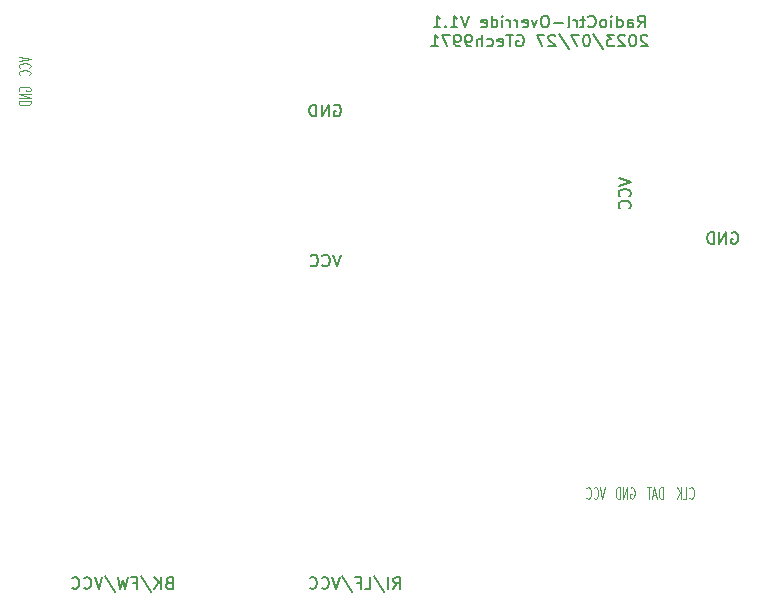
<source format=gbo>
G04 #@! TF.GenerationSoftware,KiCad,Pcbnew,(6.0.11-0)*
G04 #@! TF.CreationDate,2023-07-27T23:45:53+09:00*
G04 #@! TF.ProjectId,RadioCtrl-Override,52616469-6f43-4747-926c-2d4f76657272,rev?*
G04 #@! TF.SameCoordinates,PX7bfa480PY7bfa480*
G04 #@! TF.FileFunction,Legend,Bot*
G04 #@! TF.FilePolarity,Positive*
%FSLAX46Y46*%
G04 Gerber Fmt 4.6, Leading zero omitted, Abs format (unit mm)*
G04 Created by KiCad (PCBNEW (6.0.11-0)) date 2023-07-27 23:45:53*
%MOMM*%
%LPD*%
G01*
G04 APERTURE LIST*
%ADD10C,0.150000*%
%ADD11C,0.125000*%
G04 APERTURE END LIST*
D10*
X26129761Y1341429D02*
X25986904Y1293810D01*
X25939285Y1246191D01*
X25891666Y1150953D01*
X25891666Y1008096D01*
X25939285Y912858D01*
X25986904Y865239D01*
X26082142Y817620D01*
X26463095Y817620D01*
X26463095Y1817620D01*
X26129761Y1817620D01*
X26034523Y1770000D01*
X25986904Y1722381D01*
X25939285Y1627143D01*
X25939285Y1531905D01*
X25986904Y1436667D01*
X26034523Y1389048D01*
X26129761Y1341429D01*
X26463095Y1341429D01*
X25463095Y817620D02*
X25463095Y1817620D01*
X24891666Y817620D02*
X25320238Y1389048D01*
X24891666Y1817620D02*
X25463095Y1246191D01*
X23748809Y1865239D02*
X24605952Y579524D01*
X23082142Y1341429D02*
X23415476Y1341429D01*
X23415476Y817620D02*
X23415476Y1817620D01*
X22939285Y1817620D01*
X22653571Y1817620D02*
X22415476Y817620D01*
X22225000Y1531905D01*
X22034523Y817620D01*
X21796428Y1817620D01*
X20701190Y1865239D02*
X21558333Y579524D01*
X20510714Y1817620D02*
X20177380Y817620D01*
X19844047Y1817620D01*
X18939285Y912858D02*
X18986904Y865239D01*
X19129761Y817620D01*
X19225000Y817620D01*
X19367857Y865239D01*
X19463095Y960477D01*
X19510714Y1055715D01*
X19558333Y1246191D01*
X19558333Y1389048D01*
X19510714Y1579524D01*
X19463095Y1674762D01*
X19367857Y1770000D01*
X19225000Y1817620D01*
X19129761Y1817620D01*
X18986904Y1770000D01*
X18939285Y1722381D01*
X17939285Y912858D02*
X17986904Y865239D01*
X18129761Y817620D01*
X18225000Y817620D01*
X18367857Y865239D01*
X18463095Y960477D01*
X18510714Y1055715D01*
X18558333Y1246191D01*
X18558333Y1389048D01*
X18510714Y1579524D01*
X18463095Y1674762D01*
X18367857Y1770000D01*
X18225000Y1817620D01*
X18129761Y1817620D01*
X17986904Y1770000D01*
X17939285Y1722381D01*
X40131904Y41775000D02*
X40227142Y41822620D01*
X40370000Y41822620D01*
X40512857Y41775000D01*
X40608095Y41679762D01*
X40655714Y41584524D01*
X40703333Y41394048D01*
X40703333Y41251191D01*
X40655714Y41060715D01*
X40608095Y40965477D01*
X40512857Y40870239D01*
X40370000Y40822620D01*
X40274761Y40822620D01*
X40131904Y40870239D01*
X40084285Y40917858D01*
X40084285Y41251191D01*
X40274761Y41251191D01*
X39655714Y40822620D02*
X39655714Y41822620D01*
X39084285Y40822620D01*
X39084285Y41822620D01*
X38608095Y40822620D02*
X38608095Y41822620D01*
X38370000Y41822620D01*
X38227142Y41775000D01*
X38131904Y41679762D01*
X38084285Y41584524D01*
X38036666Y41394048D01*
X38036666Y41251191D01*
X38084285Y41060715D01*
X38131904Y40965477D01*
X38227142Y40870239D01*
X38370000Y40822620D01*
X38608095Y40822620D01*
D11*
X13470000Y43002143D02*
X13422380Y43059286D01*
X13422380Y43145000D01*
X13470000Y43230715D01*
X13565238Y43287858D01*
X13660476Y43316429D01*
X13850952Y43345000D01*
X13993809Y43345000D01*
X14184285Y43316429D01*
X14279523Y43287858D01*
X14374761Y43230715D01*
X14422380Y43145000D01*
X14422380Y43087858D01*
X14374761Y43002143D01*
X14327142Y42973572D01*
X13993809Y42973572D01*
X13993809Y43087858D01*
X14422380Y42716429D02*
X13422380Y42716429D01*
X14422380Y42373572D01*
X13422380Y42373572D01*
X14422380Y42087858D02*
X13422380Y42087858D01*
X13422380Y41945000D01*
X13470000Y41859286D01*
X13565238Y41802143D01*
X13660476Y41773572D01*
X13850952Y41745000D01*
X13993809Y41745000D01*
X14184285Y41773572D01*
X14279523Y41802143D01*
X14374761Y41859286D01*
X14422380Y41945000D01*
X14422380Y42087858D01*
D10*
X73786904Y30980000D02*
X73882142Y31027620D01*
X74025000Y31027620D01*
X74167857Y30980000D01*
X74263095Y30884762D01*
X74310714Y30789524D01*
X74358333Y30599048D01*
X74358333Y30456191D01*
X74310714Y30265715D01*
X74263095Y30170477D01*
X74167857Y30075239D01*
X74025000Y30027620D01*
X73929761Y30027620D01*
X73786904Y30075239D01*
X73739285Y30122858D01*
X73739285Y30456191D01*
X73929761Y30456191D01*
X73310714Y30027620D02*
X73310714Y31027620D01*
X72739285Y30027620D01*
X72739285Y31027620D01*
X72263095Y30027620D02*
X72263095Y31027620D01*
X72025000Y31027620D01*
X71882142Y30980000D01*
X71786904Y30884762D01*
X71739285Y30789524D01*
X71691666Y30599048D01*
X71691666Y30456191D01*
X71739285Y30265715D01*
X71786904Y30170477D01*
X71882142Y30075239D01*
X72025000Y30027620D01*
X72263095Y30027620D01*
D11*
X13422380Y45885000D02*
X14422380Y45685000D01*
X13422380Y45485000D01*
X14327142Y44942143D02*
X14374761Y44970715D01*
X14422380Y45056429D01*
X14422380Y45113572D01*
X14374761Y45199286D01*
X14279523Y45256429D01*
X14184285Y45285000D01*
X13993809Y45313572D01*
X13850952Y45313572D01*
X13660476Y45285000D01*
X13565238Y45256429D01*
X13470000Y45199286D01*
X13422380Y45113572D01*
X13422380Y45056429D01*
X13470000Y44970715D01*
X13517619Y44942143D01*
X14327142Y44342143D02*
X14374761Y44370715D01*
X14422380Y44456429D01*
X14422380Y44513572D01*
X14374761Y44599286D01*
X14279523Y44656429D01*
X14184285Y44685000D01*
X13993809Y44713572D01*
X13850952Y44713572D01*
X13660476Y44685000D01*
X13565238Y44656429D01*
X13470000Y44599286D01*
X13422380Y44513572D01*
X13422380Y44456429D01*
X13470000Y44370715D01*
X13517619Y44342143D01*
X63030000Y9437620D02*
X62830000Y8437620D01*
X62630000Y9437620D01*
X62087142Y8532858D02*
X62115714Y8485239D01*
X62201428Y8437620D01*
X62258571Y8437620D01*
X62344285Y8485239D01*
X62401428Y8580477D01*
X62430000Y8675715D01*
X62458571Y8866191D01*
X62458571Y9009048D01*
X62430000Y9199524D01*
X62401428Y9294762D01*
X62344285Y9390000D01*
X62258571Y9437620D01*
X62201428Y9437620D01*
X62115714Y9390000D01*
X62087142Y9342381D01*
X61487142Y8532858D02*
X61515714Y8485239D01*
X61601428Y8437620D01*
X61658571Y8437620D01*
X61744285Y8485239D01*
X61801428Y8580477D01*
X61830000Y8675715D01*
X61858571Y8866191D01*
X61858571Y9009048D01*
X61830000Y9199524D01*
X61801428Y9294762D01*
X61744285Y9390000D01*
X61658571Y9437620D01*
X61601428Y9437620D01*
X61515714Y9390000D01*
X61487142Y9342381D01*
X65227142Y9390000D02*
X65284285Y9437620D01*
X65370000Y9437620D01*
X65455714Y9390000D01*
X65512857Y9294762D01*
X65541428Y9199524D01*
X65570000Y9009048D01*
X65570000Y8866191D01*
X65541428Y8675715D01*
X65512857Y8580477D01*
X65455714Y8485239D01*
X65370000Y8437620D01*
X65312857Y8437620D01*
X65227142Y8485239D01*
X65198571Y8532858D01*
X65198571Y8866191D01*
X65312857Y8866191D01*
X64941428Y8437620D02*
X64941428Y9437620D01*
X64598571Y8437620D01*
X64598571Y9437620D01*
X64312857Y8437620D02*
X64312857Y9437620D01*
X64170000Y9437620D01*
X64084285Y9390000D01*
X64027142Y9294762D01*
X63998571Y9199524D01*
X63970000Y9009048D01*
X63970000Y8866191D01*
X63998571Y8675715D01*
X64027142Y8580477D01*
X64084285Y8485239D01*
X64170000Y8437620D01*
X64312857Y8437620D01*
D10*
X40703333Y29122620D02*
X40370000Y28122620D01*
X40036666Y29122620D01*
X39131904Y28217858D02*
X39179523Y28170239D01*
X39322380Y28122620D01*
X39417619Y28122620D01*
X39560476Y28170239D01*
X39655714Y28265477D01*
X39703333Y28360715D01*
X39750952Y28551191D01*
X39750952Y28694048D01*
X39703333Y28884524D01*
X39655714Y28979762D01*
X39560476Y29075000D01*
X39417619Y29122620D01*
X39322380Y29122620D01*
X39179523Y29075000D01*
X39131904Y29027381D01*
X38131904Y28217858D02*
X38179523Y28170239D01*
X38322380Y28122620D01*
X38417619Y28122620D01*
X38560476Y28170239D01*
X38655714Y28265477D01*
X38703333Y28360715D01*
X38750952Y28551191D01*
X38750952Y28694048D01*
X38703333Y28884524D01*
X38655714Y28979762D01*
X38560476Y29075000D01*
X38417619Y29122620D01*
X38322380Y29122620D01*
X38179523Y29075000D01*
X38131904Y29027381D01*
X64222380Y35623334D02*
X65222380Y35290000D01*
X64222380Y34956667D01*
X65127142Y34051905D02*
X65174761Y34099524D01*
X65222380Y34242381D01*
X65222380Y34337620D01*
X65174761Y34480477D01*
X65079523Y34575715D01*
X64984285Y34623334D01*
X64793809Y34670953D01*
X64650952Y34670953D01*
X64460476Y34623334D01*
X64365238Y34575715D01*
X64270000Y34480477D01*
X64222380Y34337620D01*
X64222380Y34242381D01*
X64270000Y34099524D01*
X64317619Y34051905D01*
X65127142Y33051905D02*
X65174761Y33099524D01*
X65222380Y33242381D01*
X65222380Y33337620D01*
X65174761Y33480477D01*
X65079523Y33575715D01*
X64984285Y33623334D01*
X64793809Y33670953D01*
X64650952Y33670953D01*
X64460476Y33623334D01*
X64365238Y33575715D01*
X64270000Y33480477D01*
X64222380Y33337620D01*
X64222380Y33242381D01*
X64270000Y33099524D01*
X64317619Y33051905D01*
D11*
X70207142Y8532858D02*
X70235714Y8485239D01*
X70321428Y8437620D01*
X70378571Y8437620D01*
X70464285Y8485239D01*
X70521428Y8580477D01*
X70550000Y8675715D01*
X70578571Y8866191D01*
X70578571Y9009048D01*
X70550000Y9199524D01*
X70521428Y9294762D01*
X70464285Y9390000D01*
X70378571Y9437620D01*
X70321428Y9437620D01*
X70235714Y9390000D01*
X70207142Y9342381D01*
X69664285Y8437620D02*
X69950000Y8437620D01*
X69950000Y9437620D01*
X69464285Y8437620D02*
X69464285Y9437620D01*
X69121428Y8437620D02*
X69378571Y9009048D01*
X69121428Y9437620D02*
X69464285Y8866191D01*
X67952857Y8437620D02*
X67952857Y9437620D01*
X67810000Y9437620D01*
X67724285Y9390000D01*
X67667142Y9294762D01*
X67638571Y9199524D01*
X67610000Y9009048D01*
X67610000Y8866191D01*
X67638571Y8675715D01*
X67667142Y8580477D01*
X67724285Y8485239D01*
X67810000Y8437620D01*
X67952857Y8437620D01*
X67381428Y8723334D02*
X67095714Y8723334D01*
X67438571Y8437620D02*
X67238571Y9437620D01*
X67038571Y8437620D01*
X66924285Y9437620D02*
X66581428Y9437620D01*
X66752857Y8437620D02*
X66752857Y9437620D01*
D10*
X45148095Y817620D02*
X45481428Y1293810D01*
X45719523Y817620D02*
X45719523Y1817620D01*
X45338571Y1817620D01*
X45243333Y1770000D01*
X45195714Y1722381D01*
X45148095Y1627143D01*
X45148095Y1484286D01*
X45195714Y1389048D01*
X45243333Y1341429D01*
X45338571Y1293810D01*
X45719523Y1293810D01*
X44719523Y817620D02*
X44719523Y1817620D01*
X43529047Y1865239D02*
X44386190Y579524D01*
X42719523Y817620D02*
X43195714Y817620D01*
X43195714Y1817620D01*
X42052857Y1341429D02*
X42386190Y1341429D01*
X42386190Y817620D02*
X42386190Y1817620D01*
X41910000Y1817620D01*
X40814761Y1865239D02*
X41671904Y579524D01*
X40624285Y1817620D02*
X40290952Y817620D01*
X39957619Y1817620D01*
X39052857Y912858D02*
X39100476Y865239D01*
X39243333Y817620D01*
X39338571Y817620D01*
X39481428Y865239D01*
X39576666Y960477D01*
X39624285Y1055715D01*
X39671904Y1246191D01*
X39671904Y1389048D01*
X39624285Y1579524D01*
X39576666Y1674762D01*
X39481428Y1770000D01*
X39338571Y1817620D01*
X39243333Y1817620D01*
X39100476Y1770000D01*
X39052857Y1722381D01*
X38052857Y912858D02*
X38100476Y865239D01*
X38243333Y817620D01*
X38338571Y817620D01*
X38481428Y865239D01*
X38576666Y960477D01*
X38624285Y1055715D01*
X38671904Y1246191D01*
X38671904Y1389048D01*
X38624285Y1579524D01*
X38576666Y1674762D01*
X38481428Y1770000D01*
X38338571Y1817620D01*
X38243333Y1817620D01*
X38100476Y1770000D01*
X38052857Y1722381D01*
X65833333Y48352620D02*
X66166666Y48828810D01*
X66404761Y48352620D02*
X66404761Y49352620D01*
X66023809Y49352620D01*
X65928571Y49305000D01*
X65880952Y49257381D01*
X65833333Y49162143D01*
X65833333Y49019286D01*
X65880952Y48924048D01*
X65928571Y48876429D01*
X66023809Y48828810D01*
X66404761Y48828810D01*
X64976190Y48352620D02*
X64976190Y48876429D01*
X65023809Y48971667D01*
X65119047Y49019286D01*
X65309523Y49019286D01*
X65404761Y48971667D01*
X64976190Y48400239D02*
X65071428Y48352620D01*
X65309523Y48352620D01*
X65404761Y48400239D01*
X65452380Y48495477D01*
X65452380Y48590715D01*
X65404761Y48685953D01*
X65309523Y48733572D01*
X65071428Y48733572D01*
X64976190Y48781191D01*
X64071428Y48352620D02*
X64071428Y49352620D01*
X64071428Y48400239D02*
X64166666Y48352620D01*
X64357142Y48352620D01*
X64452380Y48400239D01*
X64500000Y48447858D01*
X64547619Y48543096D01*
X64547619Y48828810D01*
X64500000Y48924048D01*
X64452380Y48971667D01*
X64357142Y49019286D01*
X64166666Y49019286D01*
X64071428Y48971667D01*
X63595238Y48352620D02*
X63595238Y49019286D01*
X63595238Y49352620D02*
X63642857Y49305000D01*
X63595238Y49257381D01*
X63547619Y49305000D01*
X63595238Y49352620D01*
X63595238Y49257381D01*
X62976190Y48352620D02*
X63071428Y48400239D01*
X63119047Y48447858D01*
X63166666Y48543096D01*
X63166666Y48828810D01*
X63119047Y48924048D01*
X63071428Y48971667D01*
X62976190Y49019286D01*
X62833333Y49019286D01*
X62738095Y48971667D01*
X62690476Y48924048D01*
X62642857Y48828810D01*
X62642857Y48543096D01*
X62690476Y48447858D01*
X62738095Y48400239D01*
X62833333Y48352620D01*
X62976190Y48352620D01*
X61642857Y48447858D02*
X61690476Y48400239D01*
X61833333Y48352620D01*
X61928571Y48352620D01*
X62071428Y48400239D01*
X62166666Y48495477D01*
X62214285Y48590715D01*
X62261904Y48781191D01*
X62261904Y48924048D01*
X62214285Y49114524D01*
X62166666Y49209762D01*
X62071428Y49305000D01*
X61928571Y49352620D01*
X61833333Y49352620D01*
X61690476Y49305000D01*
X61642857Y49257381D01*
X61357142Y49019286D02*
X60976190Y49019286D01*
X61214285Y49352620D02*
X61214285Y48495477D01*
X61166666Y48400239D01*
X61071428Y48352620D01*
X60976190Y48352620D01*
X60642857Y48352620D02*
X60642857Y49019286D01*
X60642857Y48828810D02*
X60595238Y48924048D01*
X60547619Y48971667D01*
X60452380Y49019286D01*
X60357142Y49019286D01*
X59880952Y48352620D02*
X59976190Y48400239D01*
X60023809Y48495477D01*
X60023809Y49352620D01*
X59500000Y48733572D02*
X58738095Y48733572D01*
X58071428Y49352620D02*
X57880952Y49352620D01*
X57785714Y49305000D01*
X57690476Y49209762D01*
X57642857Y49019286D01*
X57642857Y48685953D01*
X57690476Y48495477D01*
X57785714Y48400239D01*
X57880952Y48352620D01*
X58071428Y48352620D01*
X58166666Y48400239D01*
X58261904Y48495477D01*
X58309523Y48685953D01*
X58309523Y49019286D01*
X58261904Y49209762D01*
X58166666Y49305000D01*
X58071428Y49352620D01*
X57309523Y49019286D02*
X57071428Y48352620D01*
X56833333Y49019286D01*
X56071428Y48400239D02*
X56166666Y48352620D01*
X56357142Y48352620D01*
X56452380Y48400239D01*
X56500000Y48495477D01*
X56500000Y48876429D01*
X56452380Y48971667D01*
X56357142Y49019286D01*
X56166666Y49019286D01*
X56071428Y48971667D01*
X56023809Y48876429D01*
X56023809Y48781191D01*
X56500000Y48685953D01*
X55595238Y48352620D02*
X55595238Y49019286D01*
X55595238Y48828810D02*
X55547619Y48924048D01*
X55500000Y48971667D01*
X55404761Y49019286D01*
X55309523Y49019286D01*
X54976190Y48352620D02*
X54976190Y49019286D01*
X54976190Y48828810D02*
X54928571Y48924048D01*
X54880952Y48971667D01*
X54785714Y49019286D01*
X54690476Y49019286D01*
X54357142Y48352620D02*
X54357142Y49019286D01*
X54357142Y49352620D02*
X54404761Y49305000D01*
X54357142Y49257381D01*
X54309523Y49305000D01*
X54357142Y49352620D01*
X54357142Y49257381D01*
X53452380Y48352620D02*
X53452380Y49352620D01*
X53452380Y48400239D02*
X53547619Y48352620D01*
X53738095Y48352620D01*
X53833333Y48400239D01*
X53880952Y48447858D01*
X53928571Y48543096D01*
X53928571Y48828810D01*
X53880952Y48924048D01*
X53833333Y48971667D01*
X53738095Y49019286D01*
X53547619Y49019286D01*
X53452380Y48971667D01*
X52595238Y48400239D02*
X52690476Y48352620D01*
X52880952Y48352620D01*
X52976190Y48400239D01*
X53023809Y48495477D01*
X53023809Y48876429D01*
X52976190Y48971667D01*
X52880952Y49019286D01*
X52690476Y49019286D01*
X52595238Y48971667D01*
X52547619Y48876429D01*
X52547619Y48781191D01*
X53023809Y48685953D01*
X51500000Y49352620D02*
X51166666Y48352620D01*
X50833333Y49352620D01*
X49976190Y48352620D02*
X50547619Y48352620D01*
X50261904Y48352620D02*
X50261904Y49352620D01*
X50357142Y49209762D01*
X50452380Y49114524D01*
X50547619Y49066905D01*
X49547619Y48447858D02*
X49500000Y48400239D01*
X49547619Y48352620D01*
X49595238Y48400239D01*
X49547619Y48447858D01*
X49547619Y48352620D01*
X48547619Y48352620D02*
X49119047Y48352620D01*
X48833333Y48352620D02*
X48833333Y49352620D01*
X48928571Y49209762D01*
X49023809Y49114524D01*
X49119047Y49066905D01*
X66642857Y47647381D02*
X66595238Y47695000D01*
X66500000Y47742620D01*
X66261904Y47742620D01*
X66166666Y47695000D01*
X66119047Y47647381D01*
X66071428Y47552143D01*
X66071428Y47456905D01*
X66119047Y47314048D01*
X66690476Y46742620D01*
X66071428Y46742620D01*
X65452380Y47742620D02*
X65357142Y47742620D01*
X65261904Y47695000D01*
X65214285Y47647381D01*
X65166666Y47552143D01*
X65119047Y47361667D01*
X65119047Y47123572D01*
X65166666Y46933096D01*
X65214285Y46837858D01*
X65261904Y46790239D01*
X65357142Y46742620D01*
X65452380Y46742620D01*
X65547619Y46790239D01*
X65595238Y46837858D01*
X65642857Y46933096D01*
X65690476Y47123572D01*
X65690476Y47361667D01*
X65642857Y47552143D01*
X65595238Y47647381D01*
X65547619Y47695000D01*
X65452380Y47742620D01*
X64738095Y47647381D02*
X64690476Y47695000D01*
X64595238Y47742620D01*
X64357142Y47742620D01*
X64261904Y47695000D01*
X64214285Y47647381D01*
X64166666Y47552143D01*
X64166666Y47456905D01*
X64214285Y47314048D01*
X64785714Y46742620D01*
X64166666Y46742620D01*
X63833333Y47742620D02*
X63214285Y47742620D01*
X63547619Y47361667D01*
X63404761Y47361667D01*
X63309523Y47314048D01*
X63261904Y47266429D01*
X63214285Y47171191D01*
X63214285Y46933096D01*
X63261904Y46837858D01*
X63309523Y46790239D01*
X63404761Y46742620D01*
X63690476Y46742620D01*
X63785714Y46790239D01*
X63833333Y46837858D01*
X62071428Y47790239D02*
X62928571Y46504524D01*
X61547619Y47742620D02*
X61452380Y47742620D01*
X61357142Y47695000D01*
X61309523Y47647381D01*
X61261904Y47552143D01*
X61214285Y47361667D01*
X61214285Y47123572D01*
X61261904Y46933096D01*
X61309523Y46837858D01*
X61357142Y46790239D01*
X61452380Y46742620D01*
X61547619Y46742620D01*
X61642857Y46790239D01*
X61690476Y46837858D01*
X61738095Y46933096D01*
X61785714Y47123572D01*
X61785714Y47361667D01*
X61738095Y47552143D01*
X61690476Y47647381D01*
X61642857Y47695000D01*
X61547619Y47742620D01*
X60880952Y47742620D02*
X60214285Y47742620D01*
X60642857Y46742620D01*
X59119047Y47790239D02*
X59976190Y46504524D01*
X58833333Y47647381D02*
X58785714Y47695000D01*
X58690476Y47742620D01*
X58452380Y47742620D01*
X58357142Y47695000D01*
X58309523Y47647381D01*
X58261904Y47552143D01*
X58261904Y47456905D01*
X58309523Y47314048D01*
X58880952Y46742620D01*
X58261904Y46742620D01*
X57928571Y47742620D02*
X57261904Y47742620D01*
X57690476Y46742620D01*
X55595238Y47695000D02*
X55690476Y47742620D01*
X55833333Y47742620D01*
X55976190Y47695000D01*
X56071428Y47599762D01*
X56119047Y47504524D01*
X56166666Y47314048D01*
X56166666Y47171191D01*
X56119047Y46980715D01*
X56071428Y46885477D01*
X55976190Y46790239D01*
X55833333Y46742620D01*
X55738095Y46742620D01*
X55595238Y46790239D01*
X55547619Y46837858D01*
X55547619Y47171191D01*
X55738095Y47171191D01*
X55261904Y47742620D02*
X54690476Y47742620D01*
X54976190Y46742620D02*
X54976190Y47742620D01*
X53976190Y46790239D02*
X54071428Y46742620D01*
X54261904Y46742620D01*
X54357142Y46790239D01*
X54404761Y46885477D01*
X54404761Y47266429D01*
X54357142Y47361667D01*
X54261904Y47409286D01*
X54071428Y47409286D01*
X53976190Y47361667D01*
X53928571Y47266429D01*
X53928571Y47171191D01*
X54404761Y47075953D01*
X53071428Y46790239D02*
X53166666Y46742620D01*
X53357142Y46742620D01*
X53452380Y46790239D01*
X53500000Y46837858D01*
X53547619Y46933096D01*
X53547619Y47218810D01*
X53500000Y47314048D01*
X53452380Y47361667D01*
X53357142Y47409286D01*
X53166666Y47409286D01*
X53071428Y47361667D01*
X52642857Y46742620D02*
X52642857Y47742620D01*
X52214285Y46742620D02*
X52214285Y47266429D01*
X52261904Y47361667D01*
X52357142Y47409286D01*
X52500000Y47409286D01*
X52595238Y47361667D01*
X52642857Y47314048D01*
X51690476Y46742620D02*
X51500000Y46742620D01*
X51404761Y46790239D01*
X51357142Y46837858D01*
X51261904Y46980715D01*
X51214285Y47171191D01*
X51214285Y47552143D01*
X51261904Y47647381D01*
X51309523Y47695000D01*
X51404761Y47742620D01*
X51595238Y47742620D01*
X51690476Y47695000D01*
X51738095Y47647381D01*
X51785714Y47552143D01*
X51785714Y47314048D01*
X51738095Y47218810D01*
X51690476Y47171191D01*
X51595238Y47123572D01*
X51404761Y47123572D01*
X51309523Y47171191D01*
X51261904Y47218810D01*
X51214285Y47314048D01*
X50738095Y46742620D02*
X50547619Y46742620D01*
X50452380Y46790239D01*
X50404761Y46837858D01*
X50309523Y46980715D01*
X50261904Y47171191D01*
X50261904Y47552143D01*
X50309523Y47647381D01*
X50357142Y47695000D01*
X50452380Y47742620D01*
X50642857Y47742620D01*
X50738095Y47695000D01*
X50785714Y47647381D01*
X50833333Y47552143D01*
X50833333Y47314048D01*
X50785714Y47218810D01*
X50738095Y47171191D01*
X50642857Y47123572D01*
X50452380Y47123572D01*
X50357142Y47171191D01*
X50309523Y47218810D01*
X50261904Y47314048D01*
X49928571Y47742620D02*
X49261904Y47742620D01*
X49690476Y46742620D01*
X48357142Y46742620D02*
X48928571Y46742620D01*
X48642857Y46742620D02*
X48642857Y47742620D01*
X48738095Y47599762D01*
X48833333Y47504524D01*
X48928571Y47456905D01*
M02*

</source>
